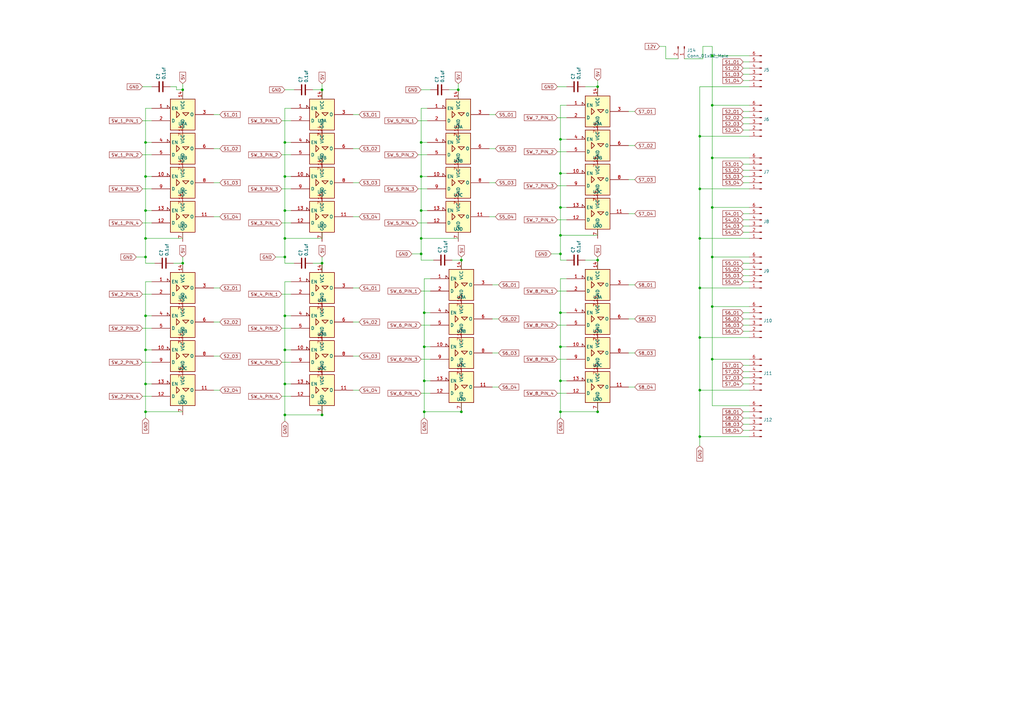
<source format=kicad_sch>
(kicad_sch (version 20250114) (generator "eeschema") (generator_version "9.0")
  (paper "A3")
  (lib_symbols
    (symbol "74xx_IEEE:74125"
      (property "Reference" "U" (at 6.35 6.35 0))
      (property "Value" "74125" (at 2.54 -7.62 0))
      (symbol "74125_0_1"
        (rectangle (start -5.08 6.35) (end 5.08 -6.35) (stroke (width 0.254)) (fill (type background)))
        (polyline (pts (xy -2.54 1.27) (xy -2.54 -1.27) (xy -1.27 0) (xy -2.54 1.27) (xy -2.54 1.27)) (stroke (width 0.254)) (fill (type background)))
        (polyline (pts (xy 0 0.762) (xy 2.54 0.762) (xy 1.27 -0.508) (xy 0 0.762) (xy 0 0.762)) (stroke (width 0.254)) (fill (type background)))
        (pin power_in line (at 0 10.16 270) (length 3.81) (name "VCC") (number "14"))
        (pin power_in line (at 0 -10.16 90) (length 3.81) (name "GND") (number "7"))
      )
      (symbol "74125_1_0"
        (pin input input_low (at -12.7 2.54 0) (length 7.62) (name "EN") (number "1"))
      )
      (symbol "74125_1_1"
        (pin input line (at -12.7 -2.54 0) (length 7.62) (name "D") (number "2"))
        (pin tri_state line (at 12.7 0 180) (length 7.62) (name "O") (number "3"))
      )
      (symbol "74125_2_0"
        (pin input input_low (at -12.7 2.54 0) (length 7.62) (name "EN") (number "4"))
      )
      (symbol "74125_2_1"
        (pin input line (at -12.7 -2.54 0) (length 7.62) (name "D") (number "5"))
        (pin tri_state line (at 12.7 0 180) (length 7.62) (name "O") (number "6"))
      )
      (symbol "74125_3_0"
        (pin input input_low (at -12.7 2.54 0) (length 7.62) (name "EN") (number "10"))
      )
      (symbol "74125_3_1"
        (pin input line (at -12.7 -2.54 0) (length 7.62) (name "D") (number "9"))
        (pin tri_state line (at 12.7 0 180) (length 7.62) (name "O") (number "8"))
      )
      (symbol "74125_4_0"
        (pin input input_low (at -12.7 2.54 0) (length 7.62) (name "EN") (number "13"))
      )
      (symbol "74125_4_1"
        (pin input line (at -12.7 -2.54 0) (length 7.62) (name "D") (number "12"))
        (pin tri_state line (at 12.7 0 180) (length 7.62) (name "O") (number "11"))
      )
    )
    (symbol "Connector:Conn_01x02_Male" (pin_names (offset 1.016) (hide yes))
      (property "Reference" "J" (at 0 2.54 0))
      (property "Value" "Connector_Conn_01x02_Male" (at 0 -5.08 0))
      (symbol "Conn_01x02_Male_1_1"
        (rectangle (start 0.8636 0.127) (end 0 -0.127) (stroke (width 0.1524)) (fill (type outline)))
        (rectangle (start 0.8636 -2.413) (end 0 -2.667) (stroke (width 0.1524)) (fill (type outline)))
        (polyline (pts (xy 1.27 0) (xy 0.8636 0)) (stroke (width 0.1524)))
        (polyline (pts (xy 1.27 -2.54) (xy 0.8636 -2.54)) (stroke (width 0.1524)))
        (pin passive line (at 5.08 0 180) (length 3.81) (name "Pin_1") (number "1"))
        (pin passive line (at 5.08 -2.54 180) (length 3.81) (name "Pin_2") (number "2"))
      )
    )
    (symbol "Connector:Conn_01x06_Male" (pin_names (offset 1.016) (hide yes))
      (property "Reference" "J" (at 0 7.62 0))
      (property "Value" "Connector_Conn_01x06_Male" (at 0 -10.16 0))
      (symbol "Conn_01x06_Male_1_1"
        (rectangle (start 0.8636 5.207) (end 0 4.953) (stroke (width 0.1524)) (fill (type outline)))
        (rectangle (start 0.8636 2.667) (end 0 2.413) (stroke (width 0.1524)) (fill (type outline)))
        (rectangle (start 0.8636 0.127) (end 0 -0.127) (stroke (width 0.1524)) (fill (type outline)))
        (rectangle (start 0.8636 -2.413) (end 0 -2.667) (stroke (width 0.1524)) (fill (type outline)))
        (rectangle (start 0.8636 -4.953) (end 0 -5.207) (stroke (width 0.1524)) (fill (type outline)))
        (rectangle (start 0.8636 -7.493) (end 0 -7.747) (stroke (width 0.1524)) (fill (type outline)))
        (polyline (pts (xy 1.27 5.08) (xy 0.8636 5.08)) (stroke (width 0.1524)))
        (polyline (pts (xy 1.27 2.54) (xy 0.8636 2.54)) (stroke (width 0.1524)))
        (polyline (pts (xy 1.27 0) (xy 0.8636 0)) (stroke (width 0.1524)))
        (polyline (pts (xy 1.27 -2.54) (xy 0.8636 -2.54)) (stroke (width 0.1524)))
        (polyline (pts (xy 1.27 -5.08) (xy 0.8636 -5.08)) (stroke (width 0.1524)))
        (polyline (pts (xy 1.27 -7.62) (xy 0.8636 -7.62)) (stroke (width 0.1524)))
        (pin passive line (at 5.08 5.08 180) (length 3.81) (name "Pin_1") (number "1"))
        (pin passive line (at 5.08 2.54 180) (length 3.81) (name "Pin_2") (number "2"))
        (pin passive line (at 5.08 0 180) (length 3.81) (name "Pin_3") (number "3"))
        (pin passive line (at 5.08 -2.54 180) (length 3.81) (name "Pin_4") (number "4"))
        (pin passive line (at 5.08 -5.08 180) (length 3.81) (name "Pin_5") (number "5"))
        (pin passive line (at 5.08 -7.62 180) (length 3.81) (name "Pin_6") (number "6"))
      )
    )
    (symbol "Device:C" (pin_numbers (hide yes)) (pin_names (offset 0.254))
      (property "Reference" "C" (at 0.635 2.54 0))
      (property "Value" "C" (at 0.635 -2.54 0))
      (symbol "C_0_1"
        (polyline (pts (xy -2.032 0.762) (xy 2.032 0.762)) (stroke (width 0.508)))
        (polyline (pts (xy -2.032 -0.762) (xy 2.032 -0.762)) (stroke (width 0.508)))
      )
      (symbol "C_1_1"
        (pin passive line (at 0 3.81 270) (length 2.794) (name "~") (number "1"))
        (pin passive line (at 0 -3.81 90) (length 2.794) (name "~") (number "2"))
      )
    )
  )
  (junction (at 116.84 105.41))
  (junction (at 287.02 138.43))
  (junction (at 116.84 72.39))
  (junction (at 59.69 129.54))
  (junction (at 116.84 157.48))
  (junction (at 292.1 147.32))
  (junction (at 287.02 55.88))
  (junction (at 74.93 107.95))
  (junction (at 287.02 77.47))
  (junction (at 229.87 96.52))
  (junction (at 287.02 160.02))
  (junction (at 59.69 97.79))
  (junction (at 292.1 43.18))
  (junction (at 173.99 156.21))
  (junction (at 116.84 129.54))
  (junction (at 172.72 72.39))
  (junction (at 173.99 168.91))
  (junction (at 172.72 104.14))
  (junction (at 229.87 85.09))
  (junction (at 116.84 143.51))
  (junction (at 59.69 157.48))
  (junction (at 116.84 58.42))
  (junction (at 292.1 105.41))
  (junction (at 287.02 118.11))
  (junction (at 59.69 168.91))
  (junction (at 229.87 142.24))
  (junction (at 173.99 128.27))
  (junction (at 132.08 36.83))
  (junction (at 245.11 35.56))
  (junction (at 116.84 86.36))
  (junction (at 116.84 170.18))
  (junction (at 59.69 86.36))
  (junction (at 229.87 156.21))
  (junction (at 173.99 142.24))
  (junction (at 229.87 104.14))
  (junction (at 287.02 97.79))
  (junction (at 59.69 72.39))
  (junction (at 245.11 106.68))
  (junction (at 229.87 128.27))
  (junction (at 292.1 85.09))
  (junction (at 116.84 97.79))
  (junction (at 172.72 58.42))
  (junction (at 229.87 168.91))
  (junction (at 132.08 107.95))
  (junction (at 292.1 22.86))
  (junction (at 245.11 168.91))
  (junction (at 74.93 36.83))
  (junction (at 172.72 86.36))
  (junction (at 59.69 143.51))
  (junction (at 229.87 57.15))
  (junction (at 229.87 71.12))
  (junction (at 187.96 36.83))
  (junction (at 292.1 125.73))
  (junction (at 59.69 105.41))
  (junction (at 132.08 170.18))
  (junction (at 189.23 106.68))
  (junction (at 172.72 97.79))
  (junction (at 59.69 58.42))
  (junction (at 189.23 168.91))
  (junction (at 292.1 64.77))
  (junction (at 287.02 179.07))
  (wire (pts (xy 72.39 36.83) (xy 74.93 36.83)))
  (wire (pts (xy 59.69 44.45) (xy 59.69 58.42)))
  (wire (pts (xy 74.93 105.41) (xy 74.93 107.95)))
  (wire (pts (xy 189.23 165.1) (xy 189.23 168.91)))
  (wire (pts (xy 229.87 128.27) (xy 229.87 142.24)))
  (wire (pts (xy 304.8 72.39) (xy 307.34 72.39)))
  (wire (pts (xy 116.84 86.36) (xy 119.38 86.36)))
  (wire (pts (xy 119.38 120.65) (xy 115.57 120.65)))
  (wire (pts (xy 232.41 161.29) (xy 228.6 161.29)))
  (wire (pts (xy 189.23 106.68) (xy 189.23 110.49)))
  (wire (pts (xy 59.69 105.41) (xy 59.69 107.95)))
  (wire (pts (xy 172.72 58.42) (xy 175.26 58.42)))
  (wire (pts (xy 229.87 57.15) (xy 229.87 71.12)))
  (wire (pts (xy 173.99 142.24) (xy 176.53 142.24)))
  (wire (pts (xy 172.72 44.45) (xy 172.72 58.42)))
  (wire (pts (xy 307.34 176.53) (xy 304.8 176.53)))
  (wire (pts (xy 307.34 105.41) (xy 292.1 105.41)))
  (wire (pts (xy 292.1 85.09) (xy 292.1 105.41)))
  (wire (pts (xy 62.23 91.44) (xy 58.42 91.44)))
  (wire (pts (xy 307.34 77.47) (xy 287.02 77.47)))
  (wire (pts (xy 59.69 129.54) (xy 59.69 143.51)))
  (wire (pts (xy 74.93 107.95) (xy 74.93 111.76)))
  (wire (pts (xy 273.05 19.05) (xy 273.05 24.13)))
  (wire (pts (xy 287.02 160.02) (xy 287.02 138.43)))
  (wire (pts (xy 229.87 85.09) (xy 232.41 85.09)))
  (wire (pts (xy 59.69 107.95) (xy 63.5 107.95)))
  (wire (pts (xy 71.12 107.95) (xy 74.93 107.95)))
  (wire (pts (xy 307.34 133.35) (xy 304.8 133.35)))
  (wire (pts (xy 229.87 128.27) (xy 232.41 128.27)))
  (wire (pts (xy 175.26 49.53) (xy 171.45 49.53)))
  (wire (pts (xy 59.69 72.39) (xy 59.69 86.36)))
  (wire (pts (xy 175.26 63.5) (xy 171.45 63.5)))
  (wire (pts (xy 245.11 35.56) (xy 245.11 39.37)))
  (wire (pts (xy 240.03 35.56) (xy 245.11 35.56)))
  (wire (pts (xy 288.29 19.05) (xy 292.1 19.05)))
  (wire (pts (xy 55.88 105.41) (xy 59.69 105.41)))
  (wire (pts (xy 74.93 166.37) (xy 74.93 168.91)))
  (wire (pts (xy 74.93 97.79) (xy 59.69 97.79)))
  (wire (pts (xy 287.02 77.47) (xy 287.02 55.88)))
  (wire (pts (xy 292.1 125.73) (xy 292.1 147.32)))
  (wire (pts (xy 307.34 147.32) (xy 292.1 147.32)))
  (wire (pts (xy 307.34 152.4) (xy 304.8 152.4)))
  (wire (pts (xy 292.1 166.37) (xy 307.34 166.37)))
  (wire (pts (xy 59.69 115.57) (xy 59.69 129.54)))
  (wire (pts (xy 132.08 34.29) (xy 132.08 36.83)))
  (wire (pts (xy 116.84 157.48) (xy 119.38 157.48)))
  (wire (pts (xy 245.11 165.1) (xy 245.11 168.91)))
  (wire (pts (xy 307.34 130.81) (xy 304.8 130.81)))
  (wire (pts (xy 172.72 147.32) (xy 176.53 147.32)))
  (wire (pts (xy 257.81 158.75) (xy 260.35 158.75)))
  (wire (pts (xy 287.02 35.56) (xy 307.34 35.56)))
  (wire (pts (xy 185.42 106.68) (xy 189.23 106.68)))
  (wire (pts (xy 132.08 95.25) (xy 132.08 97.79)))
  (wire (pts (xy 287.02 118.11) (xy 287.02 97.79)))
  (wire (pts (xy 187.96 34.29) (xy 187.96 36.83)))
  (wire (pts (xy 128.27 107.95) (xy 132.08 107.95)))
  (wire (pts (xy 144.78 118.11) (xy 147.32 118.11)))
  (wire (pts (xy 59.69 58.42) (xy 59.69 72.39)))
  (wire (pts (xy 245.11 96.52) (xy 229.87 96.52)))
  (wire (pts (xy 69.85 35.56) (xy 72.39 35.56)))
  (wire (pts (xy 229.87 104.14) (xy 229.87 106.68)))
  (wire (pts (xy 245.11 33.02) (xy 245.11 35.56)))
  (wire (pts (xy 189.23 168.91) (xy 173.99 168.91)))
  (wire (pts (xy 172.72 72.39) (xy 172.72 86.36)))
  (wire (pts (xy 116.84 86.36) (xy 116.84 97.79)))
  (wire (pts (xy 175.26 44.45) (xy 172.72 44.45)))
  (wire (pts (xy 173.99 156.21) (xy 173.99 168.91)))
  (wire (pts (xy 200.66 46.99) (xy 203.2 46.99)))
  (wire (pts (xy 307.34 90.17) (xy 304.8 90.17)))
  (wire (pts (xy 116.84 143.51) (xy 119.38 143.51)))
  (wire (pts (xy 304.8 27.94) (xy 307.34 27.94)))
  (wire (pts (xy 307.34 64.77) (xy 292.1 64.77)))
  (wire (pts (xy 187.96 97.79) (xy 172.72 97.79)))
  (wire (pts (xy 307.34 107.95) (xy 304.8 107.95)))
  (wire (pts (xy 245.11 105.41) (xy 245.11 106.68)))
  (wire (pts (xy 304.8 48.26) (xy 307.34 48.26)))
  (wire (pts (xy 245.11 93.98) (xy 245.11 96.52)))
  (wire (pts (xy 132.08 105.41) (xy 132.08 107.95)))
  (wire (pts (xy 226.06 104.14) (xy 229.87 104.14)))
  (wire (pts (xy 119.38 77.47) (xy 115.57 77.47)))
  (wire (pts (xy 307.34 92.71) (xy 304.8 92.71)))
  (wire (pts (xy 132.08 97.79) (xy 116.84 97.79)))
  (wire (pts (xy 232.41 147.32) (xy 228.6 147.32)))
  (wire (pts (xy 87.63 146.05) (xy 90.17 146.05)))
  (wire (pts (xy 280.67 24.13) (xy 288.29 24.13)))
  (wire (pts (xy 307.34 135.89) (xy 304.8 135.89)))
  (wire (pts (xy 173.99 128.27) (xy 173.99 142.24)))
  (wire (pts (xy 304.8 45.72) (xy 307.34 45.72)))
  (wire (pts (xy 132.08 166.37) (xy 132.08 170.18)))
  (wire (pts (xy 172.72 104.14) (xy 172.72 106.68)))
  (wire (pts (xy 172.72 86.36) (xy 175.26 86.36)))
  (wire (pts (xy 116.84 58.42) (xy 116.84 72.39)))
  (wire (pts (xy 201.93 158.75) (xy 204.47 158.75)))
  (wire (pts (xy 307.34 110.49) (xy 304.8 110.49)))
  (wire (pts (xy 119.38 162.56) (xy 115.57 162.56)))
  (wire (pts (xy 304.8 33.02) (xy 307.34 33.02)))
  (wire (pts (xy 307.34 87.63) (xy 304.8 87.63)))
  (wire (pts (xy 74.93 36.83) (xy 74.93 40.64)))
  (wire (pts (xy 172.72 161.29) (xy 176.53 161.29)))
  (wire (pts (xy 172.72 106.68) (xy 177.8 106.68)))
  (wire (pts (xy 172.72 72.39) (xy 175.26 72.39)))
  (wire (pts (xy 292.1 64.77) (xy 292.1 85.09)))
  (wire (pts (xy 184.15 36.83) (xy 187.96 36.83)))
  (wire (pts (xy 287.02 55.88) (xy 287.02 35.56)))
  (wire (pts (xy 59.69 58.42) (xy 62.23 58.42)))
  (wire (pts (xy 172.72 36.83) (xy 176.53 36.83)))
  (wire (pts (xy 229.87 142.24) (xy 229.87 156.21)))
  (wire (pts (xy 229.87 156.21) (xy 229.87 168.91)))
  (wire (pts (xy 232.41 133.35) (xy 228.6 133.35)))
  (wire (pts (xy 307.34 149.86) (xy 304.8 149.86)))
  (wire (pts (xy 287.02 97.79) (xy 287.02 77.47)))
  (wire (pts (xy 307.34 118.11) (xy 287.02 118.11)))
  (wire (pts (xy 116.84 44.45) (xy 116.84 58.42)))
  (wire (pts (xy 232.41 43.18) (xy 229.87 43.18)))
  (wire (pts (xy 307.34 113.03) (xy 304.8 113.03)))
  (wire (pts (xy 59.69 97.79) (xy 59.69 105.41)))
  (wire (pts (xy 62.23 49.53) (xy 58.42 49.53)))
  (wire (pts (xy 87.63 46.99) (xy 90.17 46.99)))
  (wire (pts (xy 228.6 35.56) (xy 232.41 35.56)))
  (wire (pts (xy 307.34 85.09) (xy 292.1 85.09)))
  (wire (pts (xy 87.63 60.96) (xy 90.17 60.96)))
  (wire (pts (xy 307.34 179.07) (xy 287.02 179.07)))
  (wire (pts (xy 200.66 88.9) (xy 203.2 88.9)))
  (wire (pts (xy 292.1 147.32) (xy 292.1 166.37)))
  (wire (pts (xy 62.23 63.5) (xy 58.42 63.5)))
  (wire (pts (xy 116.84 36.83) (xy 120.65 36.83)))
  (wire (pts (xy 229.87 43.18) (xy 229.87 57.15)))
  (wire (pts (xy 229.87 106.68) (xy 232.41 106.68)))
  (wire (pts (xy 232.41 114.3) (xy 229.87 114.3)))
  (wire (pts (xy 144.78 60.96) (xy 147.32 60.96)))
  (wire (pts (xy 87.63 74.93) (xy 90.17 74.93)))
  (wire (pts (xy 144.78 46.99) (xy 147.32 46.99)))
  (wire (pts (xy 307.34 157.48) (xy 304.8 157.48)))
  (wire (pts (xy 232.41 119.38) (xy 228.6 119.38)))
  (wire (pts (xy 116.84 72.39) (xy 119.38 72.39)))
  (wire (pts (xy 62.23 115.57) (xy 59.69 115.57)))
  (wire (pts (xy 173.99 128.27) (xy 176.53 128.27)))
  (wire (pts (xy 119.38 44.45) (xy 116.84 44.45)))
  (wire (pts (xy 307.34 74.93) (xy 304.8 74.93)))
  (wire (pts (xy 62.23 148.59) (xy 58.42 148.59)))
  (wire (pts (xy 307.34 43.18) (xy 292.1 43.18)))
  (wire (pts (xy 113.03 105.41) (xy 116.84 105.41)))
  (wire (pts (xy 116.84 72.39) (xy 116.84 86.36)))
  (wire (pts (xy 307.34 171.45) (xy 304.8 171.45)))
  (wire (pts (xy 72.39 35.56) (xy 72.39 36.83)))
  (wire (pts (xy 187.96 95.25) (xy 187.96 97.79)))
  (wire (pts (xy 257.81 116.84) (xy 260.35 116.84)))
  (wire (pts (xy 229.87 71.12) (xy 229.87 85.09)))
  (wire (pts (xy 59.69 143.51) (xy 62.23 143.51)))
  (wire (pts (xy 168.91 104.14) (xy 172.72 104.14)))
  (wire (pts (xy 200.66 60.96) (xy 203.2 60.96)))
  (wire (pts (xy 116.84 105.41) (xy 116.84 107.95)))
  (wire (pts (xy 74.93 95.25) (xy 74.93 97.79)))
  (wire (pts (xy 87.63 160.02) (xy 90.17 160.02)))
  (wire (pts (xy 116.84 129.54) (xy 116.84 143.51)))
  (wire (pts (xy 128.27 36.83) (xy 132.08 36.83)))
  (wire (pts (xy 59.69 143.51) (xy 59.69 157.48)))
  (wire (pts (xy 176.53 114.3) (xy 173.99 114.3)))
  (wire (pts (xy 257.81 73.66) (xy 260.35 73.66)))
  (wire (pts (xy 257.81 59.69) (xy 260.35 59.69)))
  (wire (pts (xy 229.87 114.3) (xy 229.87 128.27)))
  (wire (pts (xy 189.23 105.41) (xy 189.23 106.68)))
  (wire (pts (xy 292.1 105.41) (xy 292.1 125.73)))
  (wire (pts (xy 144.78 146.05) (xy 147.32 146.05)))
  (wire (pts (xy 59.69 86.36) (xy 62.23 86.36)))
  (wire (pts (xy 119.38 134.62) (xy 115.57 134.62)))
  (wire (pts (xy 144.78 132.08) (xy 147.32 132.08)))
  (wire (pts (xy 116.84 129.54) (xy 119.38 129.54)))
  (wire (pts (xy 116.84 157.48) (xy 116.84 170.18)))
  (wire (pts (xy 132.08 36.83) (xy 132.08 40.64)))
  (wire (pts (xy 229.87 85.09) (xy 229.87 96.52)))
  (wire (pts (xy 307.34 115.57) (xy 304.8 115.57)))
  (wire (pts (xy 292.1 43.18) (xy 292.1 64.77)))
  (wire (pts (xy 304.8 50.8) (xy 307.34 50.8)))
  (wire (pts (xy 307.34 173.99) (xy 304.8 173.99)))
  (wire (pts (xy 59.69 168.91) (xy 59.69 171.45)))
  (wire (pts (xy 119.38 63.5) (xy 115.57 63.5)))
  (wire (pts (xy 173.99 156.21) (xy 176.53 156.21)))
  (wire (pts (xy 201.93 130.81) (xy 204.47 130.81)))
  (wire (pts (xy 240.03 106.68) (xy 245.11 106.68)))
  (wire (pts (xy 229.87 156.21) (xy 232.41 156.21)))
  (wire (pts (xy 172.72 58.42) (xy 172.72 72.39)))
  (wire (pts (xy 59.69 157.48) (xy 59.69 168.91)))
  (wire (pts (xy 287.02 179.07) (xy 287.02 182.88)))
  (wire (pts (xy 304.8 69.85) (xy 307.34 69.85)))
  (wire (pts (xy 257.81 87.63) (xy 260.35 87.63)))
  (wire (pts (xy 229.87 168.91) (xy 229.87 171.45)))
  (wire (pts (xy 173.99 114.3) (xy 173.99 128.27)))
  (wire (pts (xy 90.17 118.11) (xy 87.63 118.11)))
  (wire (pts (xy 144.78 88.9) (xy 147.32 88.9)))
  (wire (pts (xy 116.84 143.51) (xy 116.84 157.48)))
  (wire (pts (xy 119.38 115.57) (xy 116.84 115.57)))
  (wire (pts (xy 59.69 72.39) (xy 62.23 72.39)))
  (wire (pts (xy 119.38 148.59) (xy 115.57 148.59)))
  (wire (pts (xy 116.84 170.18) (xy 116.84 172.72)))
  (wire (pts (xy 307.34 125.73) (xy 292.1 125.73)))
  (wire (pts (xy 175.26 91.44) (xy 171.45 91.44)))
  (wire (pts (xy 172.72 97.79) (xy 172.72 104.14)))
  (wire (pts (xy 287.02 160.02) (xy 287.02 179.07)))
  (wire (pts (xy 304.8 67.31) (xy 307.34 67.31)))
  (wire (pts (xy 59.69 157.48) (xy 62.23 157.48)))
  (wire (pts (xy 87.63 88.9) (xy 90.17 88.9)))
  (wire (pts (xy 287.02 138.43) (xy 287.02 118.11)))
  (wire (pts (xy 62.23 134.62) (xy 58.42 134.62)))
  (wire (pts (xy 307.34 160.02) (xy 287.02 160.02)))
  (wire (pts (xy 307.34 128.27) (xy 304.8 128.27)))
  (wire (pts (xy 173.99 142.24) (xy 173.99 156.21)))
  (wire (pts (xy 87.63 132.08) (xy 90.17 132.08)))
  (wire (pts (xy 307.34 97.79) (xy 287.02 97.79)))
  (wire (pts (xy 307.34 55.88) (xy 287.02 55.88)))
  (wire (pts (xy 62.23 35.56) (xy 58.42 35.56)))
  (wire (pts (xy 132.08 170.18) (xy 116.84 170.18)))
  (wire (pts (xy 175.26 77.47) (xy 171.45 77.47)))
  (wire (pts (xy 62.23 120.65) (xy 58.42 120.65)))
  (wire (pts (xy 229.87 96.52) (xy 229.87 104.14)))
  (wire (pts (xy 304.8 25.4) (xy 307.34 25.4)))
  (wire (pts (xy 307.34 168.91) (xy 304.8 168.91)))
  (wire (pts (xy 232.41 90.17) (xy 228.6 90.17)))
  (wire (pts (xy 201.93 116.84) (xy 204.47 116.84)))
  (wire (pts (xy 74.93 168.91) (xy 59.69 168.91)))
  (wire (pts (xy 229.87 71.12) (xy 232.41 71.12)))
  (wire (pts (xy 62.23 162.56) (xy 58.42 162.56)))
  (wire (pts (xy 288.29 24.13) (xy 288.29 19.05)))
  (wire (pts (xy 62.23 77.47) (xy 58.42 77.47)))
  (wire (pts (xy 304.8 30.48) (xy 307.34 30.48)))
  (wire (pts (xy 74.93 34.29) (xy 74.93 36.83)))
  (wire (pts (xy 257.81 130.81) (xy 260.35 130.81)))
  (wire (pts (xy 187.96 36.83) (xy 187.96 40.64)))
  (wire (pts (xy 292.1 22.86) (xy 292.1 43.18)))
  (wire (pts (xy 172.72 119.38) (xy 176.53 119.38)))
  (wire (pts (xy 119.38 49.53) (xy 115.57 49.53)))
  (wire (pts (xy 59.69 129.54) (xy 62.23 129.54)))
  (wire (pts (xy 59.69 86.36) (xy 59.69 97.79)))
  (wire (pts (xy 132.08 107.95) (xy 132.08 111.76)))
  (wire (pts (xy 307.34 95.25) (xy 304.8 95.25)))
  (wire (pts (xy 229.87 57.15) (xy 232.41 57.15)))
  (wire (pts (xy 62.23 44.45) (xy 59.69 44.45)))
  (wire (pts (xy 245.11 168.91) (xy 229.87 168.91)))
  (wire (pts (xy 304.8 53.34) (xy 307.34 53.34)))
  (wire (pts (xy 307.34 154.94) (xy 304.8 154.94)))
  (wire (pts (xy 232.41 62.23) (xy 228.6 62.23)))
  (wire (pts (xy 270.51 19.05) (xy 273.05 19.05)))
  (wire (pts (xy 144.78 160.02) (xy 147.32 160.02)))
  (wire (pts (xy 307.34 138.43) (xy 287.02 138.43)))
  (wire (pts (xy 116.84 107.95) (xy 120.65 107.95)))
  (wire (pts (xy 173.99 168.91) (xy 173.99 171.45)))
  (wire (pts (xy 257.81 144.78) (xy 260.35 144.78)))
  (wire (pts (xy 232.41 48.26) (xy 228.6 48.26)))
  (wire (pts (xy 229.87 142.24) (xy 232.41 142.24)))
  (wire (pts (xy 172.72 86.36) (xy 172.72 97.79)))
  (wire (pts (xy 257.81 45.72) (xy 260.35 45.72)))
  (wire (pts (xy 307.34 22.86) (xy 292.1 22.86)))
  (wire (pts (xy 245.11 106.68) (xy 245.11 110.49)))
  (wire (pts (xy 144.78 74.93) (xy 147.32 74.93)))
  (wire (pts (xy 116.84 115.57) (xy 116.84 129.54)))
  (wire (pts (xy 119.38 91.44) (xy 115.57 91.44)))
  (wire (pts (xy 172.72 133.35) (xy 176.53 133.35)))
  (wire (pts (xy 116.84 97.79) (xy 116.84 105.41)))
  (wire (pts (xy 292.1 19.05) (xy 292.1 22.86)))
  (wire (pts (xy 200.66 74.93) (xy 203.2 74.93)))
  (wire (pts (xy 232.41 76.2) (xy 228.6 76.2)))
  (wire (pts (xy 273.05 24.13) (xy 278.13 24.13)))
  (wire (pts (xy 116.84 58.42) (xy 119.38 58.42)))
  (wire (pts (xy 201.93 144.78) (xy 204.47 144.78)))
  (global_label "S2_O1" (shape input) (at 90.17 118.11 0) (property "Intersheetrefs" "${INTERSHEET_REFS}" (effects (hide yes))))
  (global_label "S3_O4" (shape input) (at 304.8 74.93 180) (property "Intersheetrefs" "${INTERSHEET_REFS}" (effects (hide yes))))
  (global_label "SW_3_PIN_3" (shape input) (at 115.57 77.47 180) (property "Intersheetrefs" "${INTERSHEET_REFS}" (effects (hide yes))))
  (global_label "S5_O3" (shape input) (at 304.8 113.03 180) (property "Intersheetrefs" "${INTERSHEET_REFS}" (effects (hide yes))))
  (global_label "S4_O1" (shape input) (at 147.32 118.11 0) (property "Intersheetrefs" "${INTERSHEET_REFS}" (effects (hide yes))))
  (global_label "S8_O2" (shape input) (at 304.8 171.45 180) (property "Intersheetrefs" "${INTERSHEET_REFS}" (effects (hide yes))))
  (global_label "S3_O2" (shape input) (at 147.32 60.96 0) (property "Intersheetrefs" "${INTERSHEET_REFS}" (effects (hide yes))))
  (global_label "GND" (shape input) (at 228.6 35.56 180) (property "Intersheetrefs" "${INTERSHEET_REFS}" (effects (hide yes))))
  (global_label "S1_O4" (shape input) (at 304.8 33.02 180) (property "Intersheetrefs" "${INTERSHEET_REFS}" (effects (hide yes))))
  (global_label "SW_6_PIN_2" (shape input) (at 172.72 133.35 180) (property "Intersheetrefs" "${INTERSHEET_REFS}" (effects (hide yes))))
  (global_label "5V" (shape input) (at 132.08 34.29 90) (property "Intersheetrefs" "${INTERSHEET_REFS}" (effects (hide yes))))
  (global_label "S8_O4" (shape input) (at 304.8 176.53 180) (property "Intersheetrefs" "${INTERSHEET_REFS}" (effects (hide yes))))
  (global_label "S4_O4" (shape input) (at 147.32 160.02 0) (property "Intersheetrefs" "${INTERSHEET_REFS}" (effects (hide yes))))
  (global_label "GND" (shape input) (at 113.03 105.41 180) (property "Intersheetrefs" "${INTERSHEET_REFS}" (effects (hide yes))))
  (global_label "5V" (shape input) (at 74.93 34.29 90) (property "Intersheetrefs" "${INTERSHEET_REFS}" (effects (hide yes))))
  (global_label "S2_O2" (shape input) (at 90.17 132.08 0) (property "Intersheetrefs" "${INTERSHEET_REFS}" (effects (hide yes))))
  (global_label "S8_O1" (shape input) (at 260.35 116.84 0) (property "Intersheetrefs" "${INTERSHEET_REFS}" (effects (hide yes))))
  (global_label "S4_O3" (shape input) (at 147.32 146.05 0) (property "Intersheetrefs" "${INTERSHEET_REFS}" (effects (hide yes))))
  (global_label "SW_8_PIN_3" (shape input) (at 228.6 147.32 180) (property "Intersheetrefs" "${INTERSHEET_REFS}" (effects (hide yes))))
  (global_label "SW_6_PIN_3" (shape input) (at 172.72 147.32 180) (property "Intersheetrefs" "${INTERSHEET_REFS}" (effects (hide yes))))
  (global_label "SW_6_PIN_1" (shape input) (at 172.72 119.38 180) (property "Intersheetrefs" "${INTERSHEET_REFS}" (effects (hide yes))))
  (global_label "SW_3_PIN_1" (shape input) (at 115.57 49.53 180) (property "Intersheetrefs" "${INTERSHEET_REFS}" (effects (hide yes))))
  (global_label "5V" (shape input) (at 245.11 33.02 90) (property "Intersheetrefs" "${INTERSHEET_REFS}" (effects (hide yes))))
  (global_label "S8_O2" (shape input) (at 260.35 130.81 0) (property "Intersheetrefs" "${INTERSHEET_REFS}" (effects (hide yes))))
  (global_label "GND" (shape input) (at 287.02 182.88 270) (property "Intersheetrefs" "${INTERSHEET_REFS}" (effects (hide yes))))
  (global_label "S5_O4" (shape input) (at 203.2 88.9 0) (property "Intersheetrefs" "${INTERSHEET_REFS}" (effects (hide yes))))
  (global_label "SW_8_PIN_1" (shape input) (at 228.6 119.38 180) (property "Intersheetrefs" "${INTERSHEET_REFS}" (effects (hide yes))))
  (global_label "S5_O4" (shape input) (at 304.8 115.57 180) (property "Intersheetrefs" "${INTERSHEET_REFS}" (effects (hide yes))))
  (global_label "S2_O4" (shape input) (at 304.8 53.34 180) (property "Intersheetrefs" "${INTERSHEET_REFS}" (effects (hide yes))))
  (global_label "S4_O2" (shape input) (at 304.8 90.17 180) (property "Intersheetrefs" "${INTERSHEET_REFS}" (effects (hide yes))))
  (global_label "GND" (shape input) (at 226.06 104.14 180) (property "Intersheetrefs" "${INTERSHEET_REFS}" (effects (hide yes))))
  (global_label "S3_O1" (shape input) (at 304.8 67.31 180) (property "Intersheetrefs" "${INTERSHEET_REFS}" (effects (hide yes))))
  (global_label "SW_2_PIN_2" (shape input) (at 58.42 134.62 180) (property "Intersheetrefs" "${INTERSHEET_REFS}" (effects (hide yes))))
  (global_label "S8_O3" (shape input) (at 304.8 173.99 180) (property "Intersheetrefs" "${INTERSHEET_REFS}" (effects (hide yes))))
  (global_label "S7_O4" (shape input) (at 304.8 157.48 180) (property "Intersheetrefs" "${INTERSHEET_REFS}" (effects (hide yes))))
  (global_label "5V" (shape input) (at 74.93 105.41 90) (property "Intersheetrefs" "${INTERSHEET_REFS}" (effects (hide yes))))
  (global_label "S2_O3" (shape input) (at 304.8 50.8 180) (property "Intersheetrefs" "${INTERSHEET_REFS}" (effects (hide yes))))
  (global_label "S4_O4" (shape input) (at 304.8 95.25 180) (property "Intersheetrefs" "${INTERSHEET_REFS}" (effects (hide yes))))
  (global_label "SW_7_PIN_3" (shape input) (at 228.6 76.2 180) (property "Intersheetrefs" "${INTERSHEET_REFS}" (effects (hide yes))))
  (global_label "SW_2_PIN_4" (shape input) (at 58.42 162.56 180) (property "Intersheetrefs" "${INTERSHEET_REFS}" (effects (hide yes))))
  (global_label "S2_O4" (shape input) (at 90.17 160.02 0) (property "Intersheetrefs" "${INTERSHEET_REFS}" (effects (hide yes))))
  (global_label "5V" (shape input) (at 132.08 105.41 90) (property "Intersheetrefs" "${INTERSHEET_REFS}" (effects (hide yes))))
  (global_label "S7_O3" (shape input) (at 304.8 154.94 180) (property "Intersheetrefs" "${INTERSHEET_REFS}" (effects (hide yes))))
  (global_label "SW_4_PIN_3" (shape input) (at 115.57 148.59 180) (property "Intersheetrefs" "${INTERSHEET_REFS}" (effects (hide yes))))
  (global_label "5V" (shape input) (at 189.23 105.41 90) (property "Intersheetrefs" "${INTERSHEET_REFS}" (effects (hide yes))))
  (global_label "S6_O1" (shape input) (at 304.8 128.27 180) (property "Intersheetrefs" "${INTERSHEET_REFS}" (effects (hide yes))))
  (global_label "SW_1_PIN_1" (shape input) (at 58.42 49.53 180) (property "Intersheetrefs" "${INTERSHEET_REFS}" (effects (hide yes))))
  (global_label "GND" (shape input) (at 59.69 171.45 270) (property "Intersheetrefs" "${INTERSHEET_REFS}" (effects (hide yes))))
  (global_label "S6_O1" (shape input) (at 204.47 116.84 0) (property "Intersheetrefs" "${INTERSHEET_REFS}" (effects (hide yes))))
  (global_label "GND" (shape input) (at 172.72 36.83 180) (property "Intersheetrefs" "${INTERSHEET_REFS}" (effects (hide yes))))
  (global_label "S7_O2" (shape input) (at 260.35 59.69 0) (property "Intersheetrefs" "${INTERSHEET_REFS}" (effects (hide yes))))
  (global_label "S1_O3" (shape input) (at 90.17 74.93 0) (property "Intersheetrefs" "${INTERSHEET_REFS}" (effects (hide yes))))
  (global_label "S6_O4" (shape input) (at 204.47 158.75 0) (property "Intersheetrefs" "${INTERSHEET_REFS}" (effects (hide yes))))
  (global_label "S7_O4" (shape input) (at 260.35 87.63 0) (property "Intersheetrefs" "${INTERSHEET_REFS}" (effects (hide yes))))
  (global_label "S3_O3" (shape input) (at 304.8 72.39 180) (property "Intersheetrefs" "${INTERSHEET_REFS}" (effects (hide yes))))
  (global_label "S3_O1" (shape input) (at 147.32 46.99 0) (property "Intersheetrefs" "${INTERSHEET_REFS}" (effects (hide yes))))
  (global_label "SW_5_PIN_2" (shape input) (at 171.45 63.5 180) (property "Intersheetrefs" "${INTERSHEET_REFS}" (effects (hide yes))))
  (global_label "5V" (shape input) (at 187.96 34.29 90) (property "Intersheetrefs" "${INTERSHEET_REFS}" (effects (hide yes))))
  (global_label "SW_8_PIN_2" (shape input) (at 228.6 133.35 180) (property "Intersheetrefs" "${INTERSHEET_REFS}" (effects (hide yes))))
  (global_label "S7_O3" (shape input) (at 260.35 73.66 0) (property "Intersheetrefs" "${INTERSHEET_REFS}" (effects (hide yes))))
  (global_label "SW_1_PIN_4" (shape input) (at 58.42 91.44 180) (property "Intersheetrefs" "${INTERSHEET_REFS}" (effects (hide yes))))
  (global_label "SW_5_PIN_3" (shape input) (at 171.45 77.47 180) (property "Intersheetrefs" "${INTERSHEET_REFS}" (effects (hide yes))))
  (global_label "5V" (shape input) (at 245.11 105.41 90) (property "Intersheetrefs" "${INTERSHEET_REFS}" (effects (hide yes))))
  (global_label "S5_O3" (shape input) (at 203.2 74.93 0) (property "Intersheetrefs" "${INTERSHEET_REFS}" (effects (hide yes))))
  (global_label "S4_O2" (shape input) (at 147.32 132.08 0) (property "Intersheetrefs" "${INTERSHEET_REFS}" (effects (hide yes))))
  (global_label "S7_O1" (shape input) (at 304.8 149.86 180) (property "Intersheetrefs" "${INTERSHEET_REFS}" (effects (hide yes))))
  (global_label "SW_4_PIN_1" (shape input) (at 115.57 120.65 180) (property "Intersheetrefs" "${INTERSHEET_REFS}" (effects (hide yes))))
  (global_label "SW_3_PIN_2" (shape input) (at 115.57 63.5 180) (property "Intersheetrefs" "${INTERSHEET_REFS}" (effects (hide yes))))
  (global_label "SW_4_PIN_2" (shape input) (at 115.57 134.62 180) (property "Intersheetrefs" "${INTERSHEET_REFS}" (effects (hide yes))))
  (global_label "S5_O1" (shape input) (at 203.2 46.99 0) (property "Intersheetrefs" "${INTERSHEET_REFS}" (effects (hide yes))))
  (global_label "S6_O3" (shape input) (at 304.8 133.35 180) (property "Intersheetrefs" "${INTERSHEET_REFS}" (effects (hide yes))))
  (global_label "SW_3_PIN_4" (shape input) (at 115.57 91.44 180) (property "Intersheetrefs" "${INTERSHEET_REFS}" (effects (hide yes))))
  (global_label "GND" (shape input) (at 55.88 105.41 180) (property "Intersheetrefs" "${INTERSHEET_REFS}" (effects (hide yes))))
  (global_label "SW_4_PIN_4" (shape input) (at 115.57 162.56 180) (property "Intersheetrefs" "${INTERSHEET_REFS}" (effects (hide yes))))
  (global_label "S5_O1" (shape input) (at 304.8 107.95 180) (property "Intersheetrefs" "${INTERSHEET_REFS}" (effects (hide yes))))
  (global_label "S8_O3" (shape input) (at 260.35 144.78 0) (property "Intersheetrefs" "${INTERSHEET_REFS}" (effects (hide yes))))
  (global_label "S8_O1" (shape input) (at 304.8 168.91 180) (property "Intersheetrefs" "${INTERSHEET_REFS}" (effects (hide yes))))
  (global_label "S1_O1" (shape input) (at 90.17 46.99 0) (property "Intersheetrefs" "${INTERSHEET_REFS}" (effects (hide yes))))
  (global_label "SW_2_PIN_1" (shape input) (at 58.42 120.65 180) (property "Intersheetrefs" "${INTERSHEET_REFS}" (effects (hide yes))))
  (global_label "GND" (shape input) (at 58.42 35.56 180) (property "Intersheetrefs" "${INTERSHEET_REFS}" (effects (hide yes))))
  (global_label "S1_O2" (shape input) (at 304.8 27.94 180) (property "Intersheetrefs" "${INTERSHEET_REFS}" (effects (hide yes))))
  (global_label "GND" (shape input) (at 229.87 171.45 270) (property "Intersheetrefs" "${INTERSHEET_REFS}" (effects (hide yes))))
  (global_label "GND" (shape input) (at 116.84 36.83 180) (property "Intersheetrefs" "${INTERSHEET_REFS}" (effects (hide yes))))
  (global_label "GND" (shape input) (at 116.84 172.72 270) (property "Intersheetrefs" "${INTERSHEET_REFS}" (effects (hide yes))))
  (global_label "S3_O3" (shape input) (at 147.32 74.93 0) (property "Intersheetrefs" "${INTERSHEET_REFS}" (effects (hide yes))))
  (global_label "SW_7_PIN_2" (shape input) (at 228.6 62.23 180) (property "Intersheetrefs" "${INTERSHEET_REFS}" (effects (hide yes))))
  (global_label "SW_7_PIN_4" (shape input) (at 228.6 90.17 180) (property "Intersheetrefs" "${INTERSHEET_REFS}" (effects (hide yes))))
  (global_label "S5_O2" (shape input) (at 304.8 110.49 180) (property "Intersheetrefs" "${INTERSHEET_REFS}" (effects (hide yes))))
  (global_label "SW_2_PIN_3" (shape input) (at 58.42 148.59 180) (property "Intersheetrefs" "${INTERSHEET_REFS}" (effects (hide yes))))
  (global_label "S4_O1" (shape input) (at 304.8 87.63 180) (property "Intersheetrefs" "${INTERSHEET_REFS}" (effects (hide yes))))
  (global_label "GND" (shape input) (at 173.99 171.45 270) (property "Intersheetrefs" "${INTERSHEET_REFS}" (effects (hide yes))))
  (global_label "S3_O4" (shape input) (at 147.32 88.9 0) (property "Intersheetrefs" "${INTERSHEET_REFS}" (effects (hide yes))))
  (global_label "S6_O3" (shape input) (at 204.47 144.78 0) (property "Intersheetrefs" "${INTERSHEET_REFS}" (effects (hide yes))))
  (global_label "S5_O2" (shape input) (at 203.2 60.96 0) (property "Intersheetrefs" "${INTERSHEET_REFS}" (effects (hide yes))))
  (global_label "S4_O3" (shape input) (at 304.8 92.71 180) (property "Intersheetrefs" "${INTERSHEET_REFS}" (effects (hide yes))))
  (global_label "S2_O2" (shape input) (at 304.8 48.26 180) (property "Intersheetrefs" "${INTERSHEET_REFS}" (effects (hide yes))))
  (global_label "SW_1_PIN_3" (shape input) (at 58.42 77.47 180) (property "Intersheetrefs" "${INTERSHEET_REFS}" (effects (hide yes))))
  (global_label "SW_8_PIN_4" (shape input) (at 228.6 161.29 180) (property "Intersheetrefs" "${INTERSHEET_REFS}" (effects (hide yes))))
  (global_label "SW_7_PIN_1" (shape input) (at 228.6 48.26 180) (property "Intersheetrefs" "${INTERSHEET_REFS}" (effects (hide yes))))
  (global_label "12V" (shape input) (at 270.51 19.05 180) (property "Intersheetrefs" "${INTERSHEET_REFS}" (effects (hide yes))))
  (global_label "S6_O2" (shape input) (at 304.8 130.81 180) (property "Intersheetrefs" "${INTERSHEET_REFS}" (effects (hide yes))))
  (global_label "S1_O4" (shape input) (at 90.17 88.9 0) (property "Intersheetrefs" "${INTERSHEET_REFS}" (effects (hide yes))))
  (global_label "S1_O2" (shape input) (at 90.17 60.96 0) (property "Intersheetrefs" "${INTERSHEET_REFS}" (effects (hide yes))))
  (global_label "S6_O4" (shape input) (at 304.8 135.89 180) (property "Intersheetrefs" "${INTERSHEET_REFS}" (effects (hide yes))))
  (global_label "SW_5_PIN_1" (shape input) (at 171.45 49.53 180) (property "Intersheetrefs" "${INTERSHEET_REFS}" (effects (hide yes))))
  (global_label "S6_O2" (shape input) (at 204.47 130.81 0) (property "Intersheetrefs" "${INTERSHEET_REFS}" (effects (hide yes))))
  (global_label "S8_O4" (shape input) (at 260.35 158.75 0) (property "Intersheetrefs" "${INTERSHEET_REFS}" (effects (hide yes))))
  (global_label "S7_O2" (shape input) (at 304.8 152.4 180) (property "Intersheetrefs" "${INTERSHEET_REFS}" (effects (hide yes))))
  (global_label "S3_O2" (shape input) (at 304.8 69.85 180) (property "Intersheetrefs" "${INTERSHEET_REFS}" (effects (hide yes))))
  (global_label "S7_O1" (shape input) (at 260.35 45.72 0) (property "Intersheetrefs" "${INTERSHEET_REFS}" (effects (hide yes))))
  (global_label "S1_O1" (shape input) (at 304.8 25.4 180) (property "Intersheetrefs" "${INTERSHEET_REFS}" (effects (hide yes))))
  (global_label "S1_O3" (shape input) (at 304.8 30.48 180) (property "Intersheetrefs" "${INTERSHEET_REFS}" (effects (hide yes))))
  (global_label "GND" (shape input) (at 168.91 104.14 180) (property "Intersheetrefs" "${INTERSHEET_REFS}" (effects (hide yes))))
  (global_label "S2_O1" (shape input) (at 304.8 45.72 180) (property "Intersheetrefs" "${INTERSHEET_REFS}" (effects (hide yes))))
  (global_label "S2_O3" (shape input) (at 90.17 146.05 0) (property "Intersheetrefs" "${INTERSHEET_REFS}" (effects (hide yes))))
  (global_label "SW_6_PIN_4" (shape input) (at 172.72 161.29 180) (property "Intersheetrefs" "${INTERSHEET_REFS}" (effects (hide yes))))
  (global_label "SW_5_PIN_4" (shape input) (at 171.45 91.44 180) (property "Intersheetrefs" "${INTERSHEET_REFS}" (effects (hide yes))))
  (global_label "SW_1_PIN_2" (shape input) (at 58.42 63.5 180) (property "Intersheetrefs" "${INTERSHEET_REFS}" (effects (hide yes))))
  (symbol (lib_id "74xx_IEEE:74125") (at 245.11 45.72 0) (unit 1)
    (property "Reference" "U9" (at 245.11 50.8 0))
    (property "Value" "74125" (effects (hide yes)))
    (property "Footprint" "Package_DIP:DIP-14_W7.62mm_Socket" (effects (hide yes)))
    (instances (project "" (path "" (reference "U?") (unit 1)) (path "" (reference "U9") (unit 1))))
  )
  (symbol (lib_id "74xx_IEEE:74125") (at 245.11 59.69 0) (unit 2)
    (property "Reference" "U9" (at 245.11 64.77 0))
    (property "Value" "74125" (effects (hide yes)))
    (property "Footprint" "Package_DIP:DIP-14_W7.62mm_Socket" (effects (hide yes)))
    (instances (project "" (path "" (reference "U?") (unit 2)) (path "" (reference "U9") (unit 2))))
  )
  (symbol (lib_id "74xx_IEEE:74125") (at 245.11 73.66 0) (unit 3)
    (property "Reference" "U9" (at 245.11 78.74 0))
    (property "Value" "74125" (effects (hide yes)))
    (property "Footprint" "Package_DIP:DIP-14_W7.62mm_Socket" (effects (hide yes)))
    (instances (project "" (path "" (reference "U?") (unit 3)) (path "" (reference "U9") (unit 3))))
  )
  (symbol (lib_id "74xx_IEEE:74125") (at 245.11 87.63 0) (unit 4)
    (property "Reference" "U9" (at 245.11 92.71 0))
    (property "Value" "74125" (effects (hide yes)))
    (property "Footprint" "Package_DIP:DIP-14_W7.62mm_Socket" (effects (hide yes)))
    (instances (project "" (path "" (reference "U?") (unit 4)) (path "" (reference "U9") (unit 4))))
  )
  (symbol (lib_id "74xx_IEEE:74125") (at 74.93 46.99 0) (unit 1)
    (property "Reference" "U3" (at 74.93 50.8 0))
    (property "Value" "74125" (effects (hide yes)))
    (property "Footprint" "Package_DIP:DIP-14_W7.62mm_Socket" (effects (hide yes)))
    (instances (project "" (path "" (reference "U?") (unit 1)) (path "" (reference "U3") (unit 1))))
  )
  (symbol (lib_id "74xx_IEEE:74125") (at 74.93 60.96 0) (unit 2)
    (property "Reference" "U3" (at 74.93 64.77 0))
    (property "Value" "74125" (effects (hide yes)))
    (property "Footprint" "Package_DIP:DIP-14_W7.62mm_Socket" (effects (hide yes)))
    (instances (project "" (path "" (reference "U?") (unit 2)) (path "" (reference "U3") (unit 2))))
  )
  (symbol (lib_id "74xx_IEEE:74125") (at 74.93 74.93 0) (unit 3)
    (property "Reference" "U3" (at 74.93 78.74 0))
    (property "Value" "74125" (effects (hide yes)))
    (property "Footprint" "Package_DIP:DIP-14_W7.62mm_Socket" (effects (hide yes)))
    (instances (project "" (path "" (reference "U?") (unit 3)) (path "" (reference "U3") (unit 3))))
  )
  (symbol (lib_id "74xx_IEEE:74125") (at 74.93 88.9 0) (unit 4)
    (property "Reference" "U3" (at 74.93 92.71 0))
    (property "Value" "74125" (effects (hide yes)))
    (property "Footprint" "Package_DIP:DIP-14_W7.62mm_Socket" (effects (hide yes)))
    (instances (project "" (path "" (reference "U?") (unit 4)) (path "" (reference "U3") (unit 4))))
  )
  (symbol (lib_id "74xx_IEEE:74125") (at 132.08 46.99 0) (unit 1)
    (property "Reference" "U5" (at 132.08 49.53 0))
    (property "Value" "74125" (effects (hide yes)))
    (property "Footprint" "Package_DIP:DIP-14_W7.62mm_Socket" (effects (hide yes)))
    (instances (project "" (path "" (reference "U?") (unit 1)) (path "" (reference "U5") (unit 1))))
  )
  (symbol (lib_id "74xx_IEEE:74125") (at 132.08 60.96 0) (unit 2)
    (property "Reference" "U5" (at 132.08 64.77 0))
    (property "Value" "74125" (effects (hide yes)))
    (property "Footprint" "Package_DIP:DIP-14_W7.62mm_Socket" (effects (hide yes)))
    (instances (project "" (path "" (reference "U?") (unit 2)) (path "" (reference "U5") (unit 2))))
  )
  (symbol (lib_id "74xx_IEEE:74125") (at 132.08 74.93 0) (unit 3)
    (property "Reference" "U5" (at 132.08 78.74 0))
    (property "Value" "74125" (effects (hide yes)))
    (property "Footprint" "Package_DIP:DIP-14_W7.62mm_Socket" (effects (hide yes)))
    (instances (project "" (path "" (reference "U?") (unit 3)) (path "" (reference "U5") (unit 3))))
  )
  (symbol (lib_id "74xx_IEEE:74125") (at 132.08 88.9 0) (unit 4)
    (property "Reference" "U5" (at 132.08 92.71 0))
    (property "Value" "74125" (effects (hide yes)))
    (property "Footprint" "Package_DIP:DIP-14_W7.62mm_Socket" (effects (hide yes)))
    (instances (project "" (path "" (reference "U?") (unit 4)) (path "" (reference "U5") (unit 4))))
  )
  (symbol (lib_id "74xx_IEEE:74125") (at 187.96 46.99 0) (unit 1)
    (property "Reference" "U7" (at 187.96 52.07 0))
    (property "Value" "74125" (effects (hide yes)))
    (property "Footprint" "Package_DIP:DIP-14_W7.62mm_Socket" (effects (hide yes)))
    (instances (project "" (path "" (reference "U?") (unit 1)) (path "" (reference "U7") (unit 1))))
  )
  (symbol (lib_id "74xx_IEEE:74125") (at 187.96 60.96 0) (unit 2)
    (property "Reference" "U7" (at 187.96 66.04 0))
    (property "Value" "74125" (effects (hide yes)))
    (property "Footprint" "Package_DIP:DIP-14_W7.62mm_Socket" (effects (hide yes)))
    (instances (project "" (path "" (reference "U?") (unit 2)) (path "" (reference "U7") (unit 2))))
  )
  (symbol (lib_id "74xx_IEEE:74125") (at 187.96 74.93 0) (unit 3)
    (property "Reference" "U7" (at 187.96 80.01 0))
    (property "Value" "74125" (effects (hide yes)))
    (property "Footprint" "Package_DIP:DIP-14_W7.62mm_Socket" (effects (hide yes)))
    (instances (project "" (path "" (reference "U?") (unit 3)) (path "" (reference "U7") (unit 3))))
  )
  (symbol (lib_id "74xx_IEEE:74125") (at 187.96 88.9 0) (unit 4)
    (property "Reference" "U7" (at 187.96 93.98 0))
    (property "Value" "74125" (effects (hide yes)))
    (property "Footprint" "Package_DIP:DIP-14_W7.62mm_Socket" (effects (hide yes)))
    (instances (project "" (path "" (reference "U?") (unit 4)) (path "" (reference "U7") (unit 4))))
  )
  (symbol (lib_id "74xx_IEEE:74125") (at 74.93 118.11 0) (unit 1)
    (property "Reference" "U4" (at 74.93 121.92 0))
    (property "Value" "74125" (effects (hide yes)))
    (property "Footprint" "Package_DIP:DIP-14_W7.62mm_Socket" (effects (hide yes)))
    (instances (project "" (path "" (reference "U?") (unit 1)) (path "" (reference "U4") (unit 1))))
  )
  (symbol (lib_id "74xx_IEEE:74125") (at 74.93 132.08 0) (unit 2)
    (property "Reference" "U4" (at 74.93 135.89 0))
    (property "Value" "74125" (effects (hide yes)))
    (property "Footprint" "Package_DIP:DIP-14_W7.62mm_Socket" (effects (hide yes)))
    (instances (project "" (path "" (reference "U?") (unit 2)) (path "" (reference "U4") (unit 2))))
  )
  (symbol (lib_id "74xx_IEEE:74125") (at 74.93 146.05 0) (unit 3)
    (property "Reference" "U4" (at 74.93 151.13 0))
    (property "Value" "74125" (effects (hide yes)))
    (property "Footprint" "Package_DIP:DIP-14_W7.62mm_Socket" (effects (hide yes)))
    (instances (project "" (path "" (reference "U?") (unit 3)) (path "" (reference "U4") (unit 3))))
  )
  (symbol (lib_id "74xx_IEEE:74125") (at 74.93 160.02 0) (unit 4)
    (property "Reference" "U4" (at 74.93 165.1 0))
    (property "Value" "74125" (effects (hide yes)))
    (property "Footprint" "Package_DIP:DIP-14_W7.62mm_Socket" (effects (hide yes)))
    (instances (project "" (path "" (reference "U?") (unit 4)) (path "" (reference "U4") (unit 4))))
  )
  (symbol (lib_id "74xx_IEEE:74125") (at 132.08 118.11 0) (unit 1)
    (property "Reference" "U6" (at 132.08 123.19 0))
    (property "Value" "74125" (effects (hide yes)))
    (property "Footprint" "Package_DIP:DIP-14_W7.62mm_Socket" (effects (hide yes)))
    (instances (project "" (path "" (reference "U?") (unit 1)) (path "" (reference "U6") (unit 1))))
  )
  (symbol (lib_id "74xx_IEEE:74125") (at 132.08 132.08 0) (unit 2)
    (property "Reference" "U6" (at 132.08 137.16 0))
    (property "Value" "74125" (effects (hide yes)))
    (property "Footprint" "Package_DIP:DIP-14_W7.62mm_Socket" (effects (hide yes)))
    (instances (project "" (path "" (reference "U?") (unit 2)) (path "" (reference "U6") (unit 2))))
  )
  (symbol (lib_id "74xx_IEEE:74125") (at 132.08 146.05 0) (unit 3)
    (property "Reference" "U6" (at 132.08 151.13 0))
    (property "Value" "74125" (effects (hide yes)))
    (property "Footprint" "Package_DIP:DIP-14_W7.62mm_Socket" (effects (hide yes)))
    (instances (project "" (path "" (reference "U?") (unit 3)) (path "" (reference "U6") (unit 3))))
  )
  (symbol (lib_id "74xx_IEEE:74125") (at 132.08 160.02 0) (unit 4)
    (property "Reference" "U6" (at 132.08 165.1 0))
    (property "Value" "74125" (effects (hide yes)))
    (property "Footprint" "Package_DIP:DIP-14_W7.62mm_Socket" (effects (hide yes)))
    (instances (project "" (path "" (reference "U?") (unit 4)) (path "" (reference "U6") (unit 4))))
  )
  (symbol (lib_id "74xx_IEEE:74125") (at 189.23 116.84 0) (unit 1)
    (property "Reference" "U8" (at 189.23 121.92 0))
    (property "Value" "74125" (effects (hide yes)))
    (property "Footprint" "Package_DIP:DIP-14_W7.62mm_Socket" (effects (hide yes)))
    (instances (project "" (path "" (reference "U?") (unit 1)) (path "" (reference "U8") (unit 1))))
  )
  (symbol (lib_id "74xx_IEEE:74125") (at 189.23 130.81 0) (unit 2)
    (property "Reference" "U8" (at 189.23 135.89 0))
    (property "Value" "74125" (effects (hide yes)))
    (property "Footprint" "Package_DIP:DIP-14_W7.62mm_Socket" (effects (hide yes)))
    (instances (project "" (path "" (reference "U?") (unit 2)) (path "" (reference "U8") (unit 2))))
  )
  (symbol (lib_id "74xx_IEEE:74125") (at 189.23 144.78 0) (unit 3)
    (property "Reference" "U8" (at 189.23 149.86 0))
    (property "Value" "74125" (effects (hide yes)))
    (property "Footprint" "Package_DIP:DIP-14_W7.62mm_Socket" (effects (hide yes)))
    (instances (project "" (path "" (reference "U?") (unit 3)) (path "" (reference "U8") (unit 3))))
  )
  (symbol (lib_id "74xx_IEEE:74125") (at 189.23 158.75 0) (unit 4)
    (property "Reference" "U8" (at 189.23 163.83 0))
    (property "Value" "74125" (effects (hide yes)))
    (property "Footprint" "Package_DIP:DIP-14_W7.62mm_Socket" (effects (hide yes)))
    (instances (project "" (path "" (reference "U?") (unit 4)) (path "" (reference "U8") (unit 4))))
  )
  (symbol (lib_id "74xx_IEEE:74125") (at 245.11 116.84 0) (unit 1)
    (property "Reference" "U10" (at 245.11 121.92 0))
    (property "Value" "74125" (effects (hide yes)))
    (property "Footprint" "Package_DIP:DIP-14_W7.62mm_Socket" (effects (hide yes)))
    (instances (project "" (path "" (reference "U?") (unit 1)) (path "" (reference "U10") (unit 1))))
  )
  (symbol (lib_id "74xx_IEEE:74125") (at 245.11 130.81 0) (unit 2)
    (property "Reference" "U10" (at 245.11 135.89 0))
    (property "Value" "74125" (effects (hide yes)))
    (property "Footprint" "Package_DIP:DIP-14_W7.62mm_Socket" (effects (hide yes)))
    (instances (project "" (path "" (reference "U?") (unit 2)) (path "" (reference "U10") (unit 2))))
  )
  (symbol (lib_id "74xx_IEEE:74125") (at 245.11 144.78 0) (unit 3)
    (property "Reference" "U10" (at 245.11 149.86 0))
    (property "Value" "74125" (effects (hide yes)))
    (property "Footprint" "Package_DIP:DIP-14_W7.62mm_Socket" (effects (hide yes)))
    (instances (project "" (path "" (reference "U?") (unit 3)) (path "" (reference "U10") (unit 3))))
  )
  (symbol (lib_id "74xx_IEEE:74125") (at 245.11 158.75 0) (unit 4)
    (property "Reference" "U10" (at 245.11 163.83 0))
    (property "Value" "74125" (effects (hide yes)))
    (property "Footprint" "Package_DIP:DIP-14_W7.62mm_Socket" (effects (hide yes)))
    (instances (project "" (path "" (reference "U?") (unit 4)) (path "" (reference "U10") (unit 4))))
  )
  (symbol (lib_id "Connector:Conn_01x02_Male") (at 280.67 19.05 270) (unit 1)
    (property "Reference" "J14" (at 281.7876 20.6248 90) (effects (justify left)))
    (property "Value" "Conn_01x02_Male" (at 281.7876 22.9362 90) (effects (justify left)))
    (property "Footprint" "Connector_PinSocket_2.54mm:PinSocket_1x02_P2.54mm_Vertical" (effects (hide yes)))
  )
  (symbol (lib_id "Device:C") (at 66.04 35.56 90) (unit 1)
    (property "Reference" "C9" (at 64.8716 32.639 0) (effects (justify left)))
    (property "Value" "0.1uf" (at 67.183 32.639 0) (effects (justify left)))
    (property "Footprint" "Capacitor_SMD:C_0805_2012Metric_Pad1.18x1.45mm_HandSolder" (effects (hide yes)))
    (instances (project "" (path "" (reference "C?") (unit 1)) (path "" (reference "C9") (unit 1))))
  )
  (symbol (lib_id "Device:C") (at 124.46 36.83 90) (unit 1)
    (property "Reference" "C11" (at 123.2916 33.909 0) (effects (justify left)))
    (property "Value" "0.1uf" (at 125.603 33.909 0) (effects (justify left)))
    (property "Footprint" "Capacitor_SMD:C_0805_2012Metric_Pad1.18x1.45mm_HandSolder" (effects (hide yes)))
    (instances (project "" (path "" (reference "C?") (unit 1)) (path "" (reference "C11") (unit 1))))
  )
  (symbol (lib_id "Device:C") (at 180.34 36.83 90) (unit 1)
    (property "Reference" "C13" (at 179.1716 33.909 0) (effects (justify left)))
    (property "Value" "0.1uf" (at 181.483 33.909 0) (effects (justify left)))
    (property "Footprint" "Capacitor_SMD:C_0805_2012Metric_Pad1.18x1.45mm_HandSolder" (effects (hide yes)))
    (instances (project "" (path "" (reference "C?") (unit 1)) (path "" (reference "C13") (unit 1))))
  )
  (symbol (lib_id "Device:C") (at 236.22 35.56 90) (unit 1)
    (property "Reference" "C15" (at 235.0516 32.639 0) (effects (justify left)))
    (property "Value" "0.1uf" (at 237.363 32.639 0) (effects (justify left)))
    (property "Footprint" "Capacitor_SMD:C_0805_2012Metric_Pad1.18x1.45mm_HandSolder" (effects (hide yes)))
    (instances (project "" (path "" (reference "C?") (unit 1)) (path "" (reference "C15") (unit 1))))
  )
  (symbol (lib_id "Device:C") (at 236.22 106.68 90) (unit 1)
    (property "Reference" "C16" (at 235.0516 103.759 0) (effects (justify left)))
    (property "Value" "0.1uf" (at 237.363 103.759 0) (effects (justify left)))
    (property "Footprint" "Capacitor_SMD:C_0805_2012Metric_Pad1.18x1.45mm_HandSolder" (effects (hide yes)))
    (instances (project "" (path "" (reference "C?") (unit 1)) (path "" (reference "C16") (unit 1))))
  )
  (symbol (lib_id "Device:C") (at 181.61 106.68 90) (unit 1)
    (property "Reference" "C14" (at 180.4416 103.759 0) (effects (justify left)))
    (property "Value" "0.1uf" (at 182.753 103.759 0) (effects (justify left)))
    (property "Footprint" "Capacitor_SMD:C_0805_2012Metric_Pad1.18x1.45mm_HandSolder" (effects (hide yes)))
    (instances (project "" (path "" (reference "C?") (unit 1)) (path "" (reference "C14") (unit 1))))
  )
  (symbol (lib_id "Device:C") (at 124.46 107.95 90) (unit 1)
    (property "Reference" "C12" (at 123.2916 105.029 0) (effects (justify left)))
    (property "Value" "0.1uf" (at 125.603 105.029 0) (effects (justify left)))
    (property "Footprint" "Capacitor_SMD:C_0805_2012Metric_Pad1.18x1.45mm_HandSolder" (effects (hide yes)))
    (instances (project "" (path "" (reference "C?") (unit 1)) (path "" (reference "C12") (unit 1))))
  )
  (symbol (lib_id "Device:C") (at 67.31 107.95 90) (unit 1)
    (property "Reference" "C10" (at 66.1416 105.029 0) (effects (justify left)))
    (property "Value" "0.1uf" (at 68.453 105.029 0) (effects (justify left)))
    (property "Footprint" "Capacitor_SMD:C_0805_2012Metric_Pad1.18x1.45mm_HandSolder" (effects (hide yes)))
    (instances (project "" (path "" (reference "C?") (unit 1)) (path "" (reference "C10") (unit 1))))
  )
  (symbol (lib_id "Connector:Conn_01x06_Male") (at 312.42 50.8 180) (unit 1)
    (property "Reference" "J6" (at 313.1312 48.9712 0) (effects (justify right)))
    (property "Value" "Conn_01x06_Male" (effects (hide yes)))
    (property "Footprint" "Connector_JST:JST_EH_B6B-EH-A_1x06_P2.50mm_Vertical" (effects (hide yes)))
  )
  (symbol (lib_id "Connector:Conn_01x06_Male") (at 312.42 72.39 180) (unit 1)
    (property "Reference" "J7" (at 313.1312 70.5612 0) (effects (justify right)))
    (property "Value" "Conn_01x06_Male" (effects (hide yes)))
    (property "Footprint" "Connector_JST:JST_EH_B6B-EH-A_1x06_P2.50mm_Vertical" (effects (hide yes)))
  )
  (symbol (lib_id "Connector:Conn_01x06_Male") (at 312.42 92.71 180) (unit 1)
    (property "Reference" "J8" (at 313.1312 90.8812 0) (effects (justify right)))
    (property "Value" "Conn_01x06_Male" (effects (hide yes)))
    (property "Footprint" "Connector_JST:JST_EH_B6B-EH-A_1x06_P2.50mm_Vertical" (effects (hide yes)))
  )
  (symbol (lib_id "Connector:Conn_01x06_Male") (at 312.42 113.03 180) (unit 1)
    (property "Reference" "J9" (at 313.1312 111.2012 0) (effects (justify right)))
    (property "Value" "Conn_01x06_Male" (effects (hide yes)))
    (property "Footprint" "Connector_JST:JST_EH_B6B-EH-A_1x06_P2.50mm_Vertical" (effects (hide yes)))
  )
  (symbol (lib_id "Connector:Conn_01x06_Male") (at 312.42 133.35 180) (unit 1)
    (property "Reference" "J10" (at 313.1312 131.5212 0) (effects (justify right)))
    (property "Value" "Conn_01x06_Male" (effects (hide yes)))
    (property "Footprint" "Connector_JST:JST_EH_B6B-EH-A_1x06_P2.50mm_Vertical" (effects (hide yes)))
  )
  (symbol (lib_id "Connector:Conn_01x06_Male") (at 312.42 154.94 180) (unit 1)
    (property "Reference" "J11" (at 313.1312 153.1112 0) (effects (justify right)))
    (property "Value" "Conn_01x06_Male" (effects (hide yes)))
    (property "Footprint" "Connector_JST:JST_EH_B6B-EH-A_1x06_P2.50mm_Vertical" (effects (hide yes)))
  )
  (symbol (lib_id "Connector:Conn_01x06_Male") (at 312.42 173.99 180) (unit 1)
    (property "Reference" "J12" (at 313.1312 172.1612 0) (effects (justify right)))
    (property "Value" "Conn_01x06_Male" (effects (hide yes)))
    (property "Footprint" "Connector_JST:JST_EH_B6B-EH-A_1x06_P2.50mm_Vertical" (effects (hide yes)))
  )
  (symbol (lib_id "Connector:Conn_01x06_Male") (at 312.42 30.48 180) (unit 1)
    (property "Reference" "J5" (at 313.1312 28.6512 0) (effects (justify right)))
    (property "Value" "Conn_01x06_Male" (effects (hide yes)))
    (property "Footprint" "Connector_JST:JST_EH_B6B-EH-A_1x06_P2.50mm_Vertical" (effects (hide yes)))
  )
)
</source>
